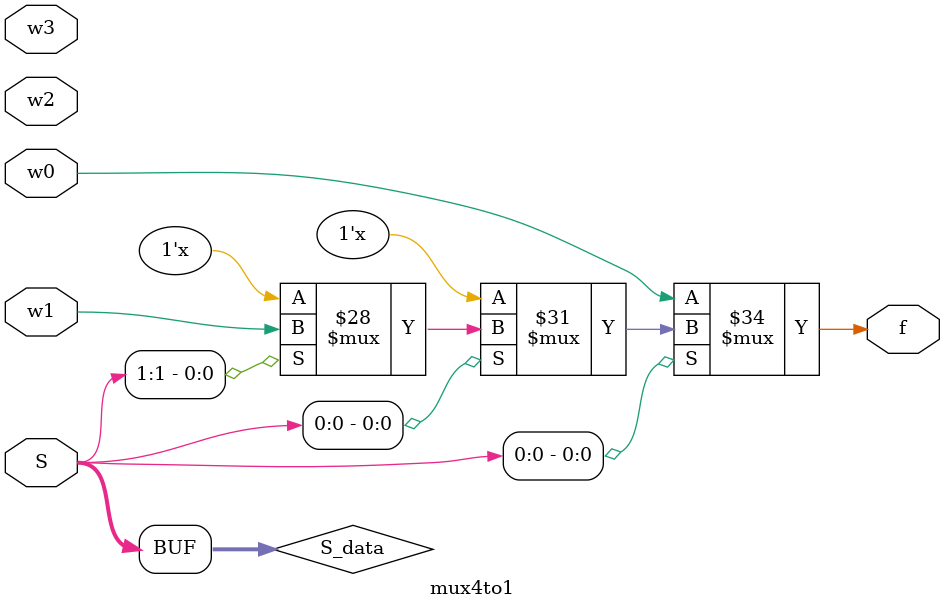
<source format=sv>
module mux4to1(w0, w1, w2, w3, S, f);
input w0, w1, w2, w3;
input [1:0] S;
output f;
reg f;
wire [1:0] S_data = {2{S}};
always @(w0 or w1 or w2 or w3 or S_data)
    if (S_data[0] == 2'b00)
        f = w0;
    else if (S_data[1] == 2'b01)
        f = w1;
    else if (S_data[2] == 2'b10)
        f = w2;
    else if (S_data[3] == 2'b11)
        f = w3;
endmodule
</source>
